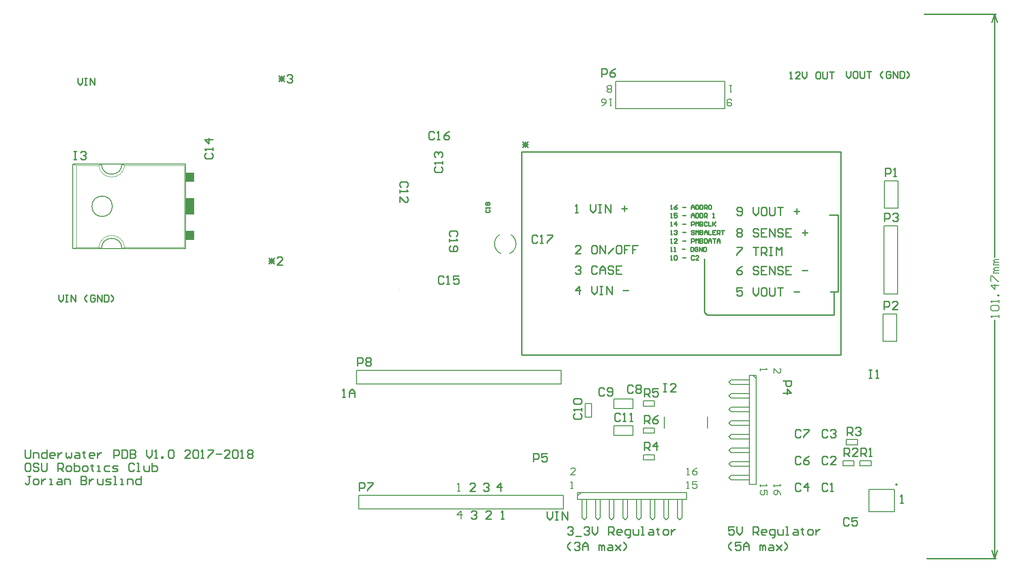
<source format=gto>
G04 Layer_Color=65535*
%FSLAX25Y25*%
%MOIN*%
G70*
G01*
G75*
%ADD74C,0.00394*%
%ADD75C,0.00600*%
%ADD76C,0.00200*%
%ADD77C,0.00787*%
%ADD78C,0.00984*%
%ADD79C,0.01000*%
%ADD80C,0.00500*%
%ADD81C,0.00827*%
%ADD82C,0.00800*%
G36*
X131570Y232946D02*
X125000D01*
Y239500D01*
X131570D01*
Y232946D01*
D02*
G37*
G36*
X131613Y251478D02*
X125000D01*
Y263500D01*
X131613D01*
Y251478D01*
D02*
G37*
G36*
X131586Y275549D02*
X125000D01*
Y282000D01*
X131586D01*
Y275549D01*
D02*
G37*
D74*
X282035Y196335D02*
G03*
X282035Y196335I-197J0D01*
G01*
X283035Y289835D02*
G03*
X283035Y289835I-197J0D01*
G01*
D75*
X63500Y288500D02*
G03*
X78500Y288500I7500J0D01*
G01*
Y226500D02*
G03*
X63500Y226500I-7500J0D01*
G01*
X71500Y257500D02*
G03*
X71500Y257500I-7500J0D01*
G01*
X125000Y226500D02*
Y288500D01*
X78500D02*
X125000D01*
X42500Y226500D02*
Y288500D01*
X78500Y226500D02*
X125000D01*
X63500D02*
X78500D01*
X42500D02*
X63500D01*
X42500Y288500D02*
X63500D01*
X78500D01*
X721599Y175657D02*
Y177656D01*
Y176657D01*
X715601D01*
X716601Y175657D01*
Y180655D02*
X715601Y181655D01*
Y183654D01*
X716601Y184654D01*
X720599D01*
X721599Y183654D01*
Y181655D01*
X720599Y180655D01*
X716601D01*
X721599Y186653D02*
Y188653D01*
Y187653D01*
X715601D01*
X716601Y186653D01*
X721599Y191652D02*
X720599D01*
Y192651D01*
X721599D01*
Y191652D01*
Y199649D02*
X715601D01*
X718600Y196650D01*
Y200649D01*
X715601Y202648D02*
Y206647D01*
X716601D01*
X720599Y202648D01*
X721599D01*
Y208646D02*
X717600D01*
Y209646D01*
X718600Y210646D01*
X721599D01*
X718600D01*
X717600Y211645D01*
X718600Y212645D01*
X721599D01*
Y214644D02*
X717600D01*
Y215644D01*
X718600Y216644D01*
X721599D01*
X718600D01*
X717600Y217643D01*
X718600Y218643D01*
X721599D01*
D76*
X61500Y287502D02*
G03*
X80500Y287502I9500J998D01*
G01*
Y227499D02*
G03*
X61500Y227499I-9500J-998D01*
G01*
X124000Y227500D02*
Y287500D01*
X80500D02*
X124000D01*
X80500Y227500D02*
X124000D01*
X45000D02*
X61500D01*
X42500Y288500D02*
X45000Y287500D01*
Y227500D02*
Y287500D01*
X42500Y226500D02*
X45000Y227500D01*
X78500Y226500D02*
X80500Y227500D01*
X78500Y288500D02*
X80500Y287500D01*
X124000Y227500D02*
X125000Y226500D01*
X124000Y287500D02*
X125000Y288500D01*
X61500Y287500D02*
X63500Y288500D01*
X45000Y287500D02*
X61500D01*
Y227500D02*
X63500Y226500D01*
D77*
X355268Y236640D02*
G03*
X356226Y222839I4232J-6640D01*
G01*
X362774D02*
G03*
X363732Y236640I-3274J7161D01*
G01*
X252000Y45500D02*
X402000D01*
X252000Y35500D02*
X394500D01*
X402000D01*
Y45500D01*
X252000Y35500D02*
Y45500D01*
X250500Y127000D02*
X400500D01*
X258000Y137000D02*
X400500D01*
X250500D02*
X258000D01*
X250500Y127000D02*
Y137000D01*
X400500Y127000D02*
Y137000D01*
X637500Y256000D02*
X647500D01*
X637500D02*
Y276000D01*
X647500D01*
Y256000D02*
Y276000D01*
X636500Y158500D02*
X646500D01*
X636500D02*
Y178500D01*
X646500D01*
Y158500D02*
Y178500D01*
X637000Y193000D02*
X647000D01*
X637000D02*
Y243000D01*
X647000Y193000D02*
Y243000D01*
X637000D02*
X647000D01*
X476114Y94866D02*
Y103134D01*
X507886Y94866D02*
Y103134D01*
X538587Y133500D02*
X543587D01*
X538587Y53500D02*
Y133500D01*
Y53500D02*
X543587D01*
X541087Y133500D02*
X543587Y131000D01*
X525253Y130167D02*
X538587D01*
X523587Y128500D02*
X525253Y130167D01*
X523587Y128500D02*
X525253Y126833D01*
X538587D01*
X525253Y120167D02*
X538587D01*
X523587Y118500D02*
X525253Y120167D01*
X523587Y118500D02*
X525253Y116833D01*
X538587D01*
X525253Y110167D02*
X538587D01*
X523587Y108500D02*
X525253Y110167D01*
X523587Y108500D02*
X525253Y106833D01*
X538587D01*
X525253Y100167D02*
X538587D01*
X523587Y98500D02*
X525253Y100167D01*
X523587Y98500D02*
X525253Y96833D01*
X538587D01*
X525253Y90167D02*
X538587D01*
X523587Y88500D02*
X525253Y90167D01*
X523587Y88500D02*
X525253Y86833D01*
X538587D01*
X525253Y80167D02*
X538587D01*
X523587Y78500D02*
X525253Y80167D01*
X523587Y78500D02*
X525253Y76833D01*
X538587D01*
X525253Y70167D02*
X538587D01*
X523587Y68500D02*
X525253Y70167D01*
X523587Y68500D02*
X525253Y66833D01*
X538587D01*
X525253Y60167D02*
X538587D01*
X523587Y58500D02*
X525253Y60167D01*
X523587Y58500D02*
X525253Y56833D01*
X538587D01*
X543587Y53500D02*
Y133500D01*
X626051Y33445D02*
Y49980D01*
X644949Y33445D02*
Y49980D01*
X626051Y33445D02*
X644949D01*
X626051Y49980D02*
X644949D01*
X412500Y42500D02*
Y47500D01*
Y42500D02*
X492500D01*
Y47500D01*
X412500Y45000D02*
X415000Y47500D01*
X415833Y29167D02*
Y42500D01*
Y29167D02*
X417500Y27500D01*
X419167Y29167D01*
Y42500D01*
X425833Y29167D02*
Y42500D01*
Y29167D02*
X427500Y27500D01*
X429167Y29167D01*
Y42500D01*
X435833Y29167D02*
Y42500D01*
Y29167D02*
X437500Y27500D01*
X439167Y29167D01*
Y42500D01*
X445833Y29167D02*
Y42500D01*
Y29167D02*
X447500Y27500D01*
X449167Y29167D01*
Y42500D01*
X455833Y29167D02*
Y42500D01*
Y29167D02*
X457500Y27500D01*
X459167Y29167D01*
Y42500D01*
X465833Y29167D02*
Y42500D01*
Y29167D02*
X467500Y27500D01*
X469167Y29167D01*
Y42500D01*
X475833Y29167D02*
Y42500D01*
Y29167D02*
X477500Y27500D01*
X479167Y29167D01*
Y42500D01*
X485833Y29167D02*
Y42500D01*
Y29167D02*
X487500Y27500D01*
X489167Y29167D01*
Y42500D01*
X412500Y47500D02*
X492500D01*
X520500Y329000D02*
Y349000D01*
X440500Y329000D02*
Y349000D01*
X520500D01*
X440500Y329000D02*
X520500D01*
D78*
X646839Y53425D02*
G03*
X646839Y53425I-492J0D01*
G01*
D79*
X666500Y398500D02*
X719000D01*
X668500Y-1000D02*
X719000D01*
X718000Y220243D02*
Y398500D01*
Y-1000D02*
Y174057D01*
X716000Y392500D02*
X718000Y398500D01*
X720000Y392500D01*
X718000Y-1000D02*
X720000Y5000D01*
X716000D02*
X718000Y-1000D01*
X597240Y251102D02*
X603461D01*
Y194803D02*
Y251102D01*
X597949Y194803D02*
X603461D01*
X371571Y148543D02*
X605429D01*
X371571D02*
Y297362D01*
X605429D01*
X605035D02*
X605429Y296968D01*
Y148543D02*
Y297362D01*
X600390Y177717D02*
Y194803D01*
X507476Y177717D02*
X600390D01*
X505469Y179724D02*
X507476Y177717D01*
X505469Y179724D02*
Y218701D01*
X480642Y255353D02*
X481691D01*
X481167D01*
Y258502D01*
X480642Y257977D01*
X485365Y258502D02*
X484315Y257977D01*
X483266Y256928D01*
Y255878D01*
X483790Y255353D01*
X484840D01*
X485365Y255878D01*
Y256403D01*
X484840Y256928D01*
X483266D01*
X489563D02*
X491662D01*
X495860Y255353D02*
Y257452D01*
X496910Y258502D01*
X497959Y257452D01*
Y255353D01*
Y256928D01*
X495860D01*
X499009Y258502D02*
Y255353D01*
X500583D01*
X501108Y255878D01*
Y257977D01*
X500583Y258502D01*
X499009D01*
X502157D02*
Y255353D01*
X503731D01*
X504256Y255878D01*
Y257977D01*
X503731Y258502D01*
X502157D01*
X505306Y255353D02*
Y258502D01*
X506880D01*
X507405Y257977D01*
Y256928D01*
X506880Y256403D01*
X505306D01*
X506355D02*
X507405Y255353D01*
X508454Y257977D02*
X508979Y258502D01*
X510029D01*
X510553Y257977D01*
Y255878D01*
X510029Y255353D01*
X508979D01*
X508454Y255878D01*
Y257977D01*
X480642Y249175D02*
X481691D01*
X481167D01*
Y252324D01*
X480642Y251799D01*
X485365Y252324D02*
X483266D01*
Y250749D01*
X484315Y251274D01*
X484840D01*
X485365Y250749D01*
Y249700D01*
X484840Y249175D01*
X483790D01*
X483266Y249700D01*
X489563Y250749D02*
X491662D01*
X495860Y249175D02*
Y251274D01*
X496910Y252324D01*
X497959Y251274D01*
Y249175D01*
Y250749D01*
X495860D01*
X499009Y252324D02*
Y249175D01*
X500583D01*
X501108Y249700D01*
Y251799D01*
X500583Y252324D01*
X499009D01*
X502157D02*
Y249175D01*
X503731D01*
X504256Y249700D01*
Y251799D01*
X503731Y252324D01*
X502157D01*
X505306Y249175D02*
Y252324D01*
X506880D01*
X507405Y251799D01*
Y250749D01*
X506880Y250224D01*
X505306D01*
X506355D02*
X507405Y249175D01*
X511603D02*
X512652D01*
X512128D01*
Y252324D01*
X511603Y251799D01*
X480642Y242997D02*
X481691D01*
X481167D01*
Y246145D01*
X480642Y245620D01*
X484840Y242997D02*
Y246145D01*
X483266Y244571D01*
X485365D01*
X489563D02*
X491662D01*
X495860Y242997D02*
Y246145D01*
X497434D01*
X497959Y245620D01*
Y244571D01*
X497434Y244046D01*
X495860D01*
X499009Y242997D02*
Y246145D01*
X500058Y245096D01*
X501108Y246145D01*
Y242997D01*
X502157Y246145D02*
Y242997D01*
X503731D01*
X504256Y243521D01*
Y244046D01*
X503731Y244571D01*
X502157D01*
X503731D01*
X504256Y245096D01*
Y245620D01*
X503731Y246145D01*
X502157D01*
X507405Y245620D02*
X506880Y246145D01*
X505830D01*
X505306Y245620D01*
Y243521D01*
X505830Y242997D01*
X506880D01*
X507405Y243521D01*
X508454Y246145D02*
Y242997D01*
X510553D01*
X511603Y246145D02*
Y242997D01*
Y244046D01*
X513702Y246145D01*
X512128Y244571D01*
X513702Y242997D01*
X480642Y236818D02*
X481691D01*
X481167D01*
Y239967D01*
X480642Y239442D01*
X483266D02*
X483790Y239967D01*
X484840D01*
X485365Y239442D01*
Y238917D01*
X484840Y238393D01*
X484315D01*
X484840D01*
X485365Y237868D01*
Y237343D01*
X484840Y236818D01*
X483790D01*
X483266Y237343D01*
X489563Y238393D02*
X491662D01*
X497959Y239442D02*
X497434Y239967D01*
X496385D01*
X495860Y239442D01*
Y238917D01*
X496385Y238393D01*
X497434D01*
X497959Y237868D01*
Y237343D01*
X497434Y236818D01*
X496385D01*
X495860Y237343D01*
X499009Y236818D02*
Y239967D01*
X500058Y238917D01*
X501108Y239967D01*
Y236818D01*
X502157Y239967D02*
Y236818D01*
X503731D01*
X504256Y237343D01*
Y237868D01*
X503731Y238393D01*
X502157D01*
X503731D01*
X504256Y238917D01*
Y239442D01*
X503731Y239967D01*
X502157D01*
X505306Y236818D02*
Y238917D01*
X506355Y239967D01*
X507405Y238917D01*
Y236818D01*
Y238393D01*
X505306D01*
X508454Y239967D02*
Y236818D01*
X510553D01*
X513702Y239967D02*
X511603D01*
Y236818D01*
X513702D01*
X511603Y238393D02*
X512652D01*
X514751Y236818D02*
Y239967D01*
X516326D01*
X516851Y239442D01*
Y238393D01*
X516326Y237868D01*
X514751D01*
X515801D02*
X516851Y236818D01*
X517900Y239967D02*
X519999D01*
X518950D01*
Y236818D01*
X480642Y230640D02*
X481691D01*
X481167D01*
Y233789D01*
X480642Y233264D01*
X485365Y230640D02*
X483266D01*
X485365Y232739D01*
Y233264D01*
X484840Y233789D01*
X483790D01*
X483266Y233264D01*
X489563Y232214D02*
X491662D01*
X495860Y230640D02*
Y233789D01*
X497434D01*
X497959Y233264D01*
Y232214D01*
X497434Y231690D01*
X495860D01*
X499009Y230640D02*
Y233789D01*
X500058Y232739D01*
X501108Y233789D01*
Y230640D01*
X502157Y233789D02*
Y230640D01*
X503731D01*
X504256Y231165D01*
Y231690D01*
X503731Y232214D01*
X502157D01*
X503731D01*
X504256Y232739D01*
Y233264D01*
X503731Y233789D01*
X502157D01*
X505306D02*
Y230640D01*
X506880D01*
X507405Y231165D01*
Y233264D01*
X506880Y233789D01*
X505306D01*
X508454Y230640D02*
Y232739D01*
X509504Y233789D01*
X510553Y232739D01*
Y230640D01*
Y232214D01*
X508454D01*
X511603Y233789D02*
X513702D01*
X512652D01*
Y230640D01*
X514751D02*
Y232739D01*
X515801Y233789D01*
X516851Y232739D01*
Y230640D01*
Y232214D01*
X514751D01*
X480642Y224462D02*
X481691D01*
X481167D01*
Y227610D01*
X480642Y227086D01*
X483266Y224462D02*
X484315D01*
X483790D01*
Y227610D01*
X483266Y227086D01*
X489038Y226036D02*
X491137D01*
X495335Y227610D02*
Y224462D01*
X496910D01*
X497434Y224987D01*
Y227086D01*
X496910Y227610D01*
X495335D01*
X500583Y227086D02*
X500058Y227610D01*
X499009D01*
X498484Y227086D01*
Y224987D01*
X499009Y224462D01*
X500058D01*
X500583Y224987D01*
Y226036D01*
X499533D01*
X501632Y224462D02*
Y227610D01*
X503731Y224462D01*
Y227610D01*
X504781D02*
Y224462D01*
X506355D01*
X506880Y224987D01*
Y227086D01*
X506355Y227610D01*
X504781D01*
X480642Y218283D02*
X481691D01*
X481167D01*
Y221432D01*
X480642Y220907D01*
X483266D02*
X483790Y221432D01*
X484840D01*
X485365Y220907D01*
Y218808D01*
X484840Y218283D01*
X483790D01*
X483266Y218808D01*
Y220907D01*
X489563Y219858D02*
X491662D01*
X497959Y220907D02*
X497434Y221432D01*
X496385D01*
X495860Y220907D01*
Y218808D01*
X496385Y218283D01*
X497434D01*
X497959Y218808D01*
X501108Y218283D02*
X499009D01*
X501108Y220382D01*
Y220907D01*
X500583Y221432D01*
X499533D01*
X499009Y220907D01*
X345540Y254968D02*
X345048Y254476D01*
Y253492D01*
X345540Y253000D01*
X347508D01*
X348000Y253492D01*
Y254476D01*
X347508Y254968D01*
X348000Y255952D02*
Y256936D01*
Y256444D01*
X345048D01*
X345540Y255952D01*
Y258412D02*
X345048Y258904D01*
Y259888D01*
X345540Y260380D01*
X346032D01*
X346524Y259888D01*
X347016Y260380D01*
X347508D01*
X348000Y259888D01*
Y258904D01*
X347508Y258412D01*
X347016D01*
X346524Y258904D01*
X346032Y258412D01*
X345540D01*
X346524Y258904D02*
Y259888D01*
X405071Y21595D02*
X406071Y22595D01*
X408070D01*
X409070Y21595D01*
Y20596D01*
X408070Y19596D01*
X407070D01*
X408070D01*
X409070Y18596D01*
Y17597D01*
X408070Y16597D01*
X406071D01*
X405071Y17597D01*
X411069Y15597D02*
X415068D01*
X417067Y21595D02*
X418067Y22595D01*
X420066D01*
X421066Y21595D01*
Y20596D01*
X420066Y19596D01*
X419066D01*
X420066D01*
X421066Y18596D01*
Y17597D01*
X420066Y16597D01*
X418067D01*
X417067Y17597D01*
X423065Y22595D02*
Y18596D01*
X425064Y16597D01*
X427064Y18596D01*
Y22595D01*
X435061Y16597D02*
Y22595D01*
X438060D01*
X439060Y21595D01*
Y19596D01*
X438060Y18596D01*
X435061D01*
X437060D02*
X439060Y16597D01*
X444058D02*
X442059D01*
X441059Y17597D01*
Y19596D01*
X442059Y20596D01*
X444058D01*
X445058Y19596D01*
Y18596D01*
X441059D01*
X449057Y14598D02*
X450056D01*
X451056Y15597D01*
Y20596D01*
X448057D01*
X447057Y19596D01*
Y17597D01*
X448057Y16597D01*
X451056D01*
X453055Y20596D02*
Y17597D01*
X454055Y16597D01*
X457054D01*
Y20596D01*
X459053Y16597D02*
X461053D01*
X460053D01*
Y22595D01*
X459053D01*
X465052Y20596D02*
X467051D01*
X468050Y19596D01*
Y16597D01*
X465052D01*
X464052Y17597D01*
X465052Y18596D01*
X468050D01*
X471049Y21595D02*
Y20596D01*
X470050D01*
X472049D01*
X471049D01*
Y17597D01*
X472049Y16597D01*
X476048D02*
X478047D01*
X479047Y17597D01*
Y19596D01*
X478047Y20596D01*
X476048D01*
X475048Y19596D01*
Y17597D01*
X476048Y16597D01*
X481046Y20596D02*
Y16597D01*
Y18596D01*
X482046Y19596D01*
X483046Y20596D01*
X484045D01*
X407070Y5000D02*
X405071Y6999D01*
Y8999D01*
X407070Y10998D01*
X410069Y9998D02*
X411069Y10998D01*
X413068D01*
X414068Y9998D01*
Y8999D01*
X413068Y7999D01*
X412069D01*
X413068D01*
X414068Y6999D01*
Y6000D01*
X413068Y5000D01*
X411069D01*
X410069Y6000D01*
X416067Y5000D02*
Y8999D01*
X418067Y10998D01*
X420066Y8999D01*
Y5000D01*
Y7999D01*
X416067D01*
X428063Y5000D02*
Y8999D01*
X429063D01*
X430063Y7999D01*
Y5000D01*
Y7999D01*
X431063Y8999D01*
X432062Y7999D01*
Y5000D01*
X435061Y8999D02*
X437060D01*
X438060Y7999D01*
Y5000D01*
X435061D01*
X434061Y6000D01*
X435061Y6999D01*
X438060D01*
X440060Y8999D02*
X444058Y5000D01*
X442059Y6999D01*
X444058Y8999D01*
X440060Y5000D01*
X446058D02*
X448057Y6999D01*
Y8999D01*
X446058Y10998D01*
X527180Y22595D02*
X523181D01*
Y19596D01*
X525180Y20596D01*
X526180D01*
X527180Y19596D01*
Y17597D01*
X526180Y16597D01*
X524181D01*
X523181Y17597D01*
X529179Y22595D02*
Y18596D01*
X531179Y16597D01*
X533178Y18596D01*
Y22595D01*
X541175Y16597D02*
Y22595D01*
X544174D01*
X545174Y21595D01*
Y19596D01*
X544174Y18596D01*
X541175D01*
X543175D02*
X545174Y16597D01*
X550172D02*
X548173D01*
X547173Y17597D01*
Y19596D01*
X548173Y20596D01*
X550172D01*
X551172Y19596D01*
Y18596D01*
X547173D01*
X555171Y14598D02*
X556170D01*
X557170Y15597D01*
Y20596D01*
X554171D01*
X553171Y19596D01*
Y17597D01*
X554171Y16597D01*
X557170D01*
X559169Y20596D02*
Y17597D01*
X560169Y16597D01*
X563168D01*
Y20596D01*
X565168Y16597D02*
X567167D01*
X566167D01*
Y22595D01*
X565168D01*
X571166Y20596D02*
X573165D01*
X574165Y19596D01*
Y16597D01*
X571166D01*
X570166Y17597D01*
X571166Y18596D01*
X574165D01*
X577164Y21595D02*
Y20596D01*
X576164D01*
X578163D01*
X577164D01*
Y17597D01*
X578163Y16597D01*
X582162D02*
X584161D01*
X585161Y17597D01*
Y19596D01*
X584161Y20596D01*
X582162D01*
X581162Y19596D01*
Y17597D01*
X582162Y16597D01*
X587160Y20596D02*
Y16597D01*
Y18596D01*
X588160Y19596D01*
X589160Y20596D01*
X590159D01*
X525180Y5000D02*
X523181Y6999D01*
Y8999D01*
X525180Y10998D01*
X532178D02*
X528180D01*
Y7999D01*
X530179Y8999D01*
X531179D01*
X532178Y7999D01*
Y6000D01*
X531179Y5000D01*
X529179D01*
X528180Y6000D01*
X534177Y5000D02*
Y8999D01*
X536177Y10998D01*
X538176Y8999D01*
Y5000D01*
Y7999D01*
X534177D01*
X546174Y5000D02*
Y8999D01*
X547173D01*
X548173Y7999D01*
Y5000D01*
Y7999D01*
X549173Y8999D01*
X550172Y7999D01*
Y5000D01*
X553171Y8999D02*
X555171D01*
X556170Y7999D01*
Y5000D01*
X553171D01*
X552172Y6000D01*
X553171Y6999D01*
X556170D01*
X558170Y8999D02*
X562169Y5000D01*
X560169Y6999D01*
X562169Y8999D01*
X558170Y5000D01*
X564168D02*
X566167Y6999D01*
Y8999D01*
X564168Y10998D01*
X7500Y78693D02*
Y73695D01*
X8500Y72695D01*
X10499D01*
X11499Y73695D01*
Y78693D01*
X13498Y72695D02*
Y76694D01*
X16497D01*
X17497Y75694D01*
Y72695D01*
X23495Y78693D02*
Y72695D01*
X20496D01*
X19496Y73695D01*
Y75694D01*
X20496Y76694D01*
X23495D01*
X28493Y72695D02*
X26494D01*
X25494Y73695D01*
Y75694D01*
X26494Y76694D01*
X28493D01*
X29493Y75694D01*
Y74695D01*
X25494D01*
X31492Y76694D02*
Y72695D01*
Y74695D01*
X32492Y75694D01*
X33492Y76694D01*
X34491D01*
X37490D02*
Y73695D01*
X38490Y72695D01*
X39490Y73695D01*
X40489Y72695D01*
X41489Y73695D01*
Y76694D01*
X44488D02*
X46487D01*
X47487Y75694D01*
Y72695D01*
X44488D01*
X43488Y73695D01*
X44488Y74695D01*
X47487D01*
X50486Y77694D02*
Y76694D01*
X49486D01*
X51486D01*
X50486D01*
Y73695D01*
X51486Y72695D01*
X57484D02*
X55484D01*
X54485Y73695D01*
Y75694D01*
X55484Y76694D01*
X57484D01*
X58483Y75694D01*
Y74695D01*
X54485D01*
X60483Y76694D02*
Y72695D01*
Y74695D01*
X61483Y75694D01*
X62482Y76694D01*
X63482D01*
X72479Y72695D02*
Y78693D01*
X75478D01*
X76478Y77694D01*
Y75694D01*
X75478Y74695D01*
X72479D01*
X78477Y78693D02*
Y72695D01*
X81476D01*
X82476Y73695D01*
Y77694D01*
X81476Y78693D01*
X78477D01*
X84475D02*
Y72695D01*
X87474D01*
X88474Y73695D01*
Y74695D01*
X87474Y75694D01*
X84475D01*
X87474D01*
X88474Y76694D01*
Y77694D01*
X87474Y78693D01*
X84475D01*
X96471D02*
Y74695D01*
X98471Y72695D01*
X100470Y74695D01*
Y78693D01*
X102469Y72695D02*
X104469D01*
X103469D01*
Y78693D01*
X102469Y77694D01*
X107468Y72695D02*
Y73695D01*
X108467D01*
Y72695D01*
X107468D01*
X112466Y77694D02*
X113466Y78693D01*
X115465D01*
X116465Y77694D01*
Y73695D01*
X115465Y72695D01*
X113466D01*
X112466Y73695D01*
Y77694D01*
X128461Y72695D02*
X124462D01*
X128461Y76694D01*
Y77694D01*
X127461Y78693D01*
X125462D01*
X124462Y77694D01*
X130460D02*
X131460Y78693D01*
X133459D01*
X134459Y77694D01*
Y73695D01*
X133459Y72695D01*
X131460D01*
X130460Y73695D01*
Y77694D01*
X136458Y72695D02*
X138458D01*
X137458D01*
Y78693D01*
X136458Y77694D01*
X141457Y78693D02*
X145455D01*
Y77694D01*
X141457Y73695D01*
Y72695D01*
X147455Y75694D02*
X151453D01*
X157451Y72695D02*
X153453D01*
X157451Y76694D01*
Y77694D01*
X156452Y78693D01*
X154453D01*
X153453Y77694D01*
X159451D02*
X160450Y78693D01*
X162450D01*
X163450Y77694D01*
Y73695D01*
X162450Y72695D01*
X160450D01*
X159451Y73695D01*
Y77694D01*
X165449Y72695D02*
X167448D01*
X166449D01*
Y78693D01*
X165449Y77694D01*
X170447D02*
X171447Y78693D01*
X173446D01*
X174446Y77694D01*
Y76694D01*
X173446Y75694D01*
X174446Y74695D01*
Y73695D01*
X173446Y72695D01*
X171447D01*
X170447Y73695D01*
Y74695D01*
X171447Y75694D01*
X170447Y76694D01*
Y77694D01*
X171447Y75694D02*
X173446D01*
X10499Y69096D02*
X8500D01*
X7500Y68096D01*
Y64097D01*
X8500Y63098D01*
X10499D01*
X11499Y64097D01*
Y68096D01*
X10499Y69096D01*
X17497Y68096D02*
X16497Y69096D01*
X14498D01*
X13498Y68096D01*
Y67096D01*
X14498Y66097D01*
X16497D01*
X17497Y65097D01*
Y64097D01*
X16497Y63098D01*
X14498D01*
X13498Y64097D01*
X19496Y69096D02*
Y64097D01*
X20496Y63098D01*
X22495D01*
X23495Y64097D01*
Y69096D01*
X31492Y63098D02*
Y69096D01*
X34491D01*
X35491Y68096D01*
Y66097D01*
X34491Y65097D01*
X31492D01*
X33492D02*
X35491Y63098D01*
X38490D02*
X40489D01*
X41489Y64097D01*
Y66097D01*
X40489Y67096D01*
X38490D01*
X37490Y66097D01*
Y64097D01*
X38490Y63098D01*
X43488Y69096D02*
Y63098D01*
X46487D01*
X47487Y64097D01*
Y65097D01*
Y66097D01*
X46487Y67096D01*
X43488D01*
X50486Y63098D02*
X52486D01*
X53485Y64097D01*
Y66097D01*
X52486Y67096D01*
X50486D01*
X49486Y66097D01*
Y64097D01*
X50486Y63098D01*
X56484Y68096D02*
Y67096D01*
X55484D01*
X57484D01*
X56484D01*
Y64097D01*
X57484Y63098D01*
X60483D02*
X62482D01*
X61483D01*
Y67096D01*
X60483D01*
X69480D02*
X66481D01*
X65481Y66097D01*
Y64097D01*
X66481Y63098D01*
X69480D01*
X71479D02*
X74478D01*
X75478Y64097D01*
X74478Y65097D01*
X72479D01*
X71479Y66097D01*
X72479Y67096D01*
X75478D01*
X87474Y68096D02*
X86475Y69096D01*
X84475D01*
X83475Y68096D01*
Y64097D01*
X84475Y63098D01*
X86475D01*
X87474Y64097D01*
X89473Y63098D02*
X91473D01*
X90473D01*
Y69096D01*
X89473D01*
X94472Y67096D02*
Y64097D01*
X95472Y63098D01*
X98471D01*
Y67096D01*
X100470Y69096D02*
Y63098D01*
X103469D01*
X104469Y64097D01*
Y65097D01*
Y66097D01*
X103469Y67096D01*
X100470D01*
X11499Y59498D02*
X9499D01*
X10499D01*
Y54500D01*
X9499Y53500D01*
X8500D01*
X7500Y54500D01*
X14498Y53500D02*
X16497D01*
X17497Y54500D01*
Y56499D01*
X16497Y57499D01*
X14498D01*
X13498Y56499D01*
Y54500D01*
X14498Y53500D01*
X19496Y57499D02*
Y53500D01*
Y55499D01*
X20496Y56499D01*
X21496Y57499D01*
X22495D01*
X25494Y53500D02*
X27494D01*
X26494D01*
Y57499D01*
X25494D01*
X31492D02*
X33492D01*
X34491Y56499D01*
Y53500D01*
X31492D01*
X30493Y54500D01*
X31492Y55499D01*
X34491D01*
X36491Y53500D02*
Y57499D01*
X39490D01*
X40489Y56499D01*
Y53500D01*
X48487Y59498D02*
Y53500D01*
X51486D01*
X52486Y54500D01*
Y55499D01*
X51486Y56499D01*
X48487D01*
X51486D01*
X52486Y57499D01*
Y58498D01*
X51486Y59498D01*
X48487D01*
X54485Y57499D02*
Y53500D01*
Y55499D01*
X55484Y56499D01*
X56484Y57499D01*
X57484D01*
X60483D02*
Y54500D01*
X61483Y53500D01*
X64482D01*
Y57499D01*
X66481Y53500D02*
X69480D01*
X70480Y54500D01*
X69480Y55499D01*
X67481D01*
X66481Y56499D01*
X67481Y57499D01*
X70480D01*
X72479Y53500D02*
X74478D01*
X73479D01*
Y59498D01*
X72479D01*
X77477Y53500D02*
X79477D01*
X78477D01*
Y57499D01*
X77477D01*
X82476Y53500D02*
Y57499D01*
X85475D01*
X86475Y56499D01*
Y53500D01*
X92472Y59498D02*
Y53500D01*
X89473D01*
X88474Y54500D01*
Y56499D01*
X89473Y57499D01*
X92472D01*
X240000Y117500D02*
X241999D01*
X241000D01*
Y123498D01*
X240000Y122498D01*
X244998Y117500D02*
Y121499D01*
X246998Y123498D01*
X248997Y121499D01*
Y117500D01*
Y120499D01*
X244998D01*
X252600Y48900D02*
Y54898D01*
X255599D01*
X256599Y53898D01*
Y51899D01*
X255599Y50899D01*
X252600D01*
X258598Y54898D02*
X262597D01*
Y53898D01*
X258598Y49900D01*
Y48900D01*
X251100Y140400D02*
Y146398D01*
X254099D01*
X255099Y145398D01*
Y143399D01*
X254099Y142399D01*
X251100D01*
X257098Y145398D02*
X258098Y146398D01*
X260097D01*
X261097Y145398D01*
Y144399D01*
X260097Y143399D01*
X261097Y142399D01*
Y141400D01*
X260097Y140400D01*
X258098D01*
X257098Y141400D01*
Y142399D01*
X258098Y143399D01*
X257098Y144399D01*
Y145398D01*
X258098Y143399D02*
X260097D01*
X638100Y279400D02*
Y285398D01*
X641099D01*
X642099Y284398D01*
Y282399D01*
X641099Y281399D01*
X638100D01*
X644098Y279400D02*
X646097D01*
X645098D01*
Y285398D01*
X644098Y284398D01*
X637100Y181900D02*
Y187898D01*
X640099D01*
X641099Y186898D01*
Y184899D01*
X640099Y183899D01*
X637100D01*
X647097Y181900D02*
X643098D01*
X647097Y185899D01*
Y186898D01*
X646097Y187898D01*
X644098D01*
X643098Y186898D01*
X637600Y246400D02*
Y252398D01*
X640599D01*
X641599Y251398D01*
Y249399D01*
X640599Y248399D01*
X637600D01*
X643598Y251398D02*
X644598Y252398D01*
X646597D01*
X647597Y251398D01*
Y250399D01*
X646597Y249399D01*
X645597D01*
X646597D01*
X647597Y248399D01*
Y247400D01*
X646597Y246400D01*
X644598D01*
X643598Y247400D01*
X380000Y70000D02*
Y75998D01*
X382999D01*
X383999Y74998D01*
Y72999D01*
X382999Y71999D01*
X380000D01*
X389997Y75998D02*
X385998D01*
Y72999D01*
X387997Y73999D01*
X388997D01*
X389997Y72999D01*
Y71000D01*
X388997Y70000D01*
X386998D01*
X385998Y71000D01*
X563087Y129500D02*
X569085D01*
Y126501D01*
X568085Y125501D01*
X566086D01*
X565086Y126501D01*
Y129500D01*
X563087Y120503D02*
X569085D01*
X566086Y123502D01*
Y119503D01*
X186000Y219498D02*
X189999Y215500D01*
X186000D02*
X189999Y219498D01*
X186000Y217499D02*
X189999D01*
X187999Y215500D02*
Y219498D01*
X195997Y214500D02*
X191998D01*
X195997Y218499D01*
Y219498D01*
X194997Y220498D01*
X192998D01*
X191998Y219498D01*
X193300Y353198D02*
X197299Y349200D01*
X193300D02*
X197299Y353198D01*
X193300Y351199D02*
X197299D01*
X195299Y349200D02*
Y353198D01*
X199298D02*
X200298Y354198D01*
X202297D01*
X203297Y353198D01*
Y352199D01*
X202297Y351199D01*
X201297D01*
X202297D01*
X203297Y350199D01*
Y349200D01*
X202297Y348200D01*
X200298D01*
X199298Y349200D01*
X286998Y271501D02*
X287998Y272501D01*
Y274500D01*
X286998Y275500D01*
X283000D01*
X282000Y274500D01*
Y272501D01*
X283000Y271501D01*
X282000Y269502D02*
Y267503D01*
Y268502D01*
X287998D01*
X286998Y269502D01*
X282000Y260505D02*
Y264504D01*
X285999Y260505D01*
X286998D01*
X287998Y261505D01*
Y263504D01*
X286998Y264504D01*
X308502Y286499D02*
X307502Y285499D01*
Y283500D01*
X308502Y282500D01*
X312500D01*
X313500Y283500D01*
Y285499D01*
X312500Y286499D01*
X313500Y288498D02*
Y290497D01*
Y289498D01*
X307502D01*
X308502Y288498D01*
Y293496D02*
X307502Y294496D01*
Y296496D01*
X308502Y297495D01*
X309501D01*
X310501Y296496D01*
Y295496D01*
Y296496D01*
X311501Y297495D01*
X312500D01*
X313500Y296496D01*
Y294496D01*
X312500Y293496D01*
X140002Y296499D02*
X139002Y295499D01*
Y293500D01*
X140002Y292500D01*
X144000D01*
X145000Y293500D01*
Y295499D01*
X144000Y296499D01*
X145000Y298498D02*
Y300497D01*
Y299498D01*
X139002D01*
X140002Y298498D01*
X145000Y306495D02*
X139002D01*
X142001Y303496D01*
Y307495D01*
X314499Y205498D02*
X313499Y206498D01*
X311500D01*
X310500Y205498D01*
Y201500D01*
X311500Y200500D01*
X313499D01*
X314499Y201500D01*
X316498Y200500D02*
X318497D01*
X317498D01*
Y206498D01*
X316498Y205498D01*
X325495Y206498D02*
X321496D01*
Y203499D01*
X323496Y204499D01*
X324496D01*
X325495Y203499D01*
Y201500D01*
X324496Y200500D01*
X322496D01*
X321496Y201500D01*
X307499Y311498D02*
X306499Y312498D01*
X304500D01*
X303500Y311498D01*
Y307500D01*
X304500Y306500D01*
X306499D01*
X307499Y307500D01*
X309498Y306500D02*
X311497D01*
X310498D01*
Y312498D01*
X309498Y311498D01*
X318495Y312498D02*
X316496Y311498D01*
X314496Y309499D01*
Y307500D01*
X315496Y306500D01*
X317495D01*
X318495Y307500D01*
Y308499D01*
X317495Y309499D01*
X314496D01*
X382999Y235498D02*
X381999Y236498D01*
X380000D01*
X379000Y235498D01*
Y231500D01*
X380000Y230500D01*
X381999D01*
X382999Y231500D01*
X384998Y230500D02*
X386997D01*
X385998D01*
Y236498D01*
X384998Y235498D01*
X389996Y236498D02*
X393995D01*
Y235498D01*
X389996Y231500D01*
Y230500D01*
X323498Y235501D02*
X324498Y236501D01*
Y238500D01*
X323498Y239500D01*
X319500D01*
X318500Y238500D01*
Y236501D01*
X319500Y235501D01*
X318500Y233502D02*
Y231503D01*
Y232502D01*
X324498D01*
X323498Y233502D01*
X319500Y228504D02*
X318500Y227504D01*
Y225504D01*
X319500Y224505D01*
X323498D01*
X324498Y225504D01*
Y227504D01*
X323498Y228504D01*
X322499D01*
X321499Y227504D01*
Y224505D01*
X43200Y297798D02*
X45199D01*
X44200D01*
Y291800D01*
X43200D01*
X45199D01*
X48198Y296798D02*
X49198Y297798D01*
X51197D01*
X52197Y296798D01*
Y295799D01*
X51197Y294799D01*
X50198D01*
X51197D01*
X52197Y293799D01*
Y292800D01*
X51197Y291800D01*
X49198D01*
X48198Y292800D01*
X649000Y39925D02*
X650999D01*
X650000D01*
Y45923D01*
X649000Y44924D01*
X595685Y53498D02*
X594686Y54498D01*
X592686D01*
X591687Y53498D01*
Y49500D01*
X592686Y48500D01*
X594686D01*
X595685Y49500D01*
X597685Y48500D02*
X599684D01*
X598684D01*
Y54498D01*
X597685Y53498D01*
X595685Y73198D02*
X594686Y74198D01*
X592686D01*
X591687Y73198D01*
Y69200D01*
X592686Y68200D01*
X594686D01*
X595685Y69200D01*
X601683Y68200D02*
X597685D01*
X601683Y72199D01*
Y73198D01*
X600684Y74198D01*
X598684D01*
X597685Y73198D01*
X595685Y92898D02*
X594686Y93898D01*
X592686D01*
X591687Y92898D01*
Y88900D01*
X592686Y87900D01*
X594686D01*
X595685Y88900D01*
X597685Y92898D02*
X598684Y93898D01*
X600684D01*
X601683Y92898D01*
Y91899D01*
X600684Y90899D01*
X599684D01*
X600684D01*
X601683Y89899D01*
Y88900D01*
X600684Y87900D01*
X598684D01*
X597685Y88900D01*
X575985Y53498D02*
X574986Y54498D01*
X572986D01*
X571987Y53498D01*
Y49500D01*
X572986Y48500D01*
X574986D01*
X575985Y49500D01*
X580984Y48500D02*
Y54498D01*
X577985Y51499D01*
X581983D01*
X611585Y27998D02*
X610586Y28998D01*
X608586D01*
X607587Y27998D01*
Y24000D01*
X608586Y23000D01*
X610586D01*
X611585Y24000D01*
X617583Y28998D02*
X613585D01*
Y25999D01*
X615584Y26999D01*
X616584D01*
X617583Y25999D01*
Y24000D01*
X616584Y23000D01*
X614584D01*
X613585Y24000D01*
X575985Y73198D02*
X574986Y74198D01*
X572986D01*
X571987Y73198D01*
Y69200D01*
X572986Y68200D01*
X574986D01*
X575985Y69200D01*
X581983Y74198D02*
X579984Y73198D01*
X577985Y71199D01*
Y69200D01*
X578984Y68200D01*
X580984D01*
X581983Y69200D01*
Y70199D01*
X580984Y71199D01*
X577985D01*
X575985Y92898D02*
X574986Y93898D01*
X572986D01*
X571987Y92898D01*
Y88900D01*
X572986Y87900D01*
X574986D01*
X575985Y88900D01*
X577985Y93898D02*
X581983D01*
Y92898D01*
X577985Y88900D01*
Y87900D01*
X452999Y125498D02*
X451999Y126498D01*
X450000D01*
X449000Y125498D01*
Y121500D01*
X450000Y120500D01*
X451999D01*
X452999Y121500D01*
X454998Y125498D02*
X455998Y126498D01*
X457997D01*
X458997Y125498D01*
Y124499D01*
X457997Y123499D01*
X458997Y122499D01*
Y121500D01*
X457997Y120500D01*
X455998D01*
X454998Y121500D01*
Y122499D01*
X455998Y123499D01*
X454998Y124499D01*
Y125498D01*
X455998Y123499D02*
X457997D01*
X431999Y123498D02*
X430999Y124498D01*
X429000D01*
X428000Y123498D01*
Y119500D01*
X429000Y118500D01*
X430999D01*
X431999Y119500D01*
X433998D02*
X434998Y118500D01*
X436997D01*
X437997Y119500D01*
Y123498D01*
X436997Y124498D01*
X434998D01*
X433998Y123498D01*
Y122499D01*
X434998Y121499D01*
X437997D01*
X410502Y105499D02*
X409502Y104499D01*
Y102500D01*
X410502Y101500D01*
X414500D01*
X415500Y102500D01*
Y104499D01*
X414500Y105499D01*
X415500Y107498D02*
Y109497D01*
Y108498D01*
X409502D01*
X410502Y107498D01*
Y112496D02*
X409502Y113496D01*
Y115496D01*
X410502Y116495D01*
X414500D01*
X415500Y115496D01*
Y113496D01*
X414500Y112496D01*
X410502D01*
X443799Y104798D02*
X442799Y105798D01*
X440800D01*
X439800Y104798D01*
Y100800D01*
X440800Y99800D01*
X442799D01*
X443799Y100800D01*
X445798Y99800D02*
X447797D01*
X446798D01*
Y105798D01*
X445798Y104798D01*
X450796Y99800D02*
X452796D01*
X451796D01*
Y105798D01*
X450796Y104798D01*
X626087Y137498D02*
X628086D01*
X627086D01*
Y131500D01*
X626087D01*
X628086D01*
X631085D02*
X633084D01*
X632085D01*
Y137498D01*
X631085Y136498D01*
X475600Y127398D02*
X477599D01*
X476600D01*
Y121400D01*
X475600D01*
X477599D01*
X484597D02*
X480598D01*
X484597Y125399D01*
Y126398D01*
X483597Y127398D01*
X481598D01*
X480598Y126398D01*
X620187Y74200D02*
Y80198D01*
X623186D01*
X624185Y79198D01*
Y77199D01*
X623186Y76199D01*
X620187D01*
X622186D02*
X624185Y74200D01*
X626185D02*
X628184D01*
X627184D01*
Y80198D01*
X626185Y79198D01*
X607787Y74100D02*
Y80098D01*
X610786D01*
X611785Y79098D01*
Y77099D01*
X610786Y76099D01*
X607787D01*
X609786D02*
X611785Y74100D01*
X617783D02*
X613785D01*
X617783Y78099D01*
Y79098D01*
X616784Y80098D01*
X614784D01*
X613785Y79098D01*
X610187Y89600D02*
Y95598D01*
X613186D01*
X614185Y94598D01*
Y92599D01*
X613186Y91599D01*
X610187D01*
X612186D02*
X614185Y89600D01*
X616185Y94598D02*
X617184Y95598D01*
X619184D01*
X620183Y94598D01*
Y93599D01*
X619184Y92599D01*
X618184D01*
X619184D01*
X620183Y91599D01*
Y90600D01*
X619184Y89600D01*
X617184D01*
X616185Y90600D01*
X461400Y78500D02*
Y84498D01*
X464399D01*
X465399Y83498D01*
Y81499D01*
X464399Y80499D01*
X461400D01*
X463399D02*
X465399Y78500D01*
X470397D02*
Y84498D01*
X467398Y81499D01*
X471397D01*
X461400Y117900D02*
Y123898D01*
X464399D01*
X465399Y122898D01*
Y120899D01*
X464399Y119899D01*
X461400D01*
X463399D02*
X465399Y117900D01*
X471397Y123898D02*
X467398D01*
Y120899D01*
X469397Y121899D01*
X470397D01*
X471397Y120899D01*
Y118900D01*
X470397Y117900D01*
X468398D01*
X467398Y118900D01*
X461400Y98200D02*
Y104198D01*
X464399D01*
X465399Y103198D01*
Y101199D01*
X464399Y100199D01*
X461400D01*
X463399D02*
X465399Y98200D01*
X471397Y104198D02*
X469397Y103198D01*
X467398Y101199D01*
Y99200D01*
X468398Y98200D01*
X470397D01*
X471397Y99200D01*
Y100199D01*
X470397Y101199D01*
X467398D01*
X372100Y304872D02*
X376099Y300874D01*
X372100D02*
X376099Y304872D01*
X372100Y302873D02*
X376099D01*
X374099Y300874D02*
Y304872D01*
X430200Y352400D02*
Y358398D01*
X433199D01*
X434199Y357398D01*
Y355399D01*
X433199Y354399D01*
X430200D01*
X440197Y358398D02*
X438197Y357398D01*
X436198Y355399D01*
Y353400D01*
X437198Y352400D01*
X439197D01*
X440197Y353400D01*
Y354399D01*
X439197Y355399D01*
X436198D01*
X390000Y33498D02*
Y29499D01*
X391999Y27500D01*
X393999Y29499D01*
Y33498D01*
X395998D02*
X397997D01*
X396998D01*
Y27500D01*
X395998D01*
X397997D01*
X400996D02*
Y33498D01*
X404995Y27500D01*
Y33498D01*
X356500Y28000D02*
X358499D01*
X357500D01*
Y33998D01*
X356500Y32998D01*
X334500D02*
X335500Y33998D01*
X337499D01*
X338499Y32998D01*
Y31999D01*
X337499Y30999D01*
X336499D01*
X337499D01*
X338499Y29999D01*
Y29000D01*
X337499Y28000D01*
X335500D01*
X334500Y29000D01*
X355999Y48500D02*
Y54498D01*
X353000Y51499D01*
X356999D01*
X343500Y53498D02*
X344500Y54498D01*
X346499D01*
X347499Y53498D01*
Y52499D01*
X346499Y51499D01*
X345499D01*
X346499D01*
X347499Y50499D01*
Y49500D01*
X346499Y48500D01*
X344500D01*
X343500Y49500D01*
X348999Y28000D02*
X345000D01*
X348999Y31999D01*
Y32998D01*
X347999Y33998D01*
X346000D01*
X345000Y32998D01*
X337499Y48500D02*
X333500D01*
X337499Y52499D01*
Y53498D01*
X336499Y54498D01*
X334500D01*
X333500Y53498D01*
X46000Y351498D02*
Y348166D01*
X47666Y346500D01*
X49332Y348166D01*
Y351498D01*
X50998D02*
X52665D01*
X51831D01*
Y346500D01*
X50998D01*
X52665D01*
X55164D02*
Y351498D01*
X58496Y346500D01*
Y351498D01*
X568000Y351000D02*
X569666D01*
X568833D01*
Y355998D01*
X568000Y355165D01*
X575498Y351000D02*
X572165D01*
X575498Y354332D01*
Y355165D01*
X574664Y355998D01*
X572998D01*
X572165Y355165D01*
X577164Y355998D02*
Y352666D01*
X578830Y351000D01*
X580496Y352666D01*
Y355998D01*
X589660D02*
X587993D01*
X587160Y355165D01*
Y351833D01*
X587993Y351000D01*
X589660D01*
X590493Y351833D01*
Y355165D01*
X589660Y355998D01*
X592159D02*
Y351833D01*
X592992Y351000D01*
X594658D01*
X595491Y351833D01*
Y355998D01*
X597157D02*
X600490D01*
X598823D01*
Y351000D01*
X32000Y192498D02*
Y189166D01*
X33666Y187500D01*
X35332Y189166D01*
Y192498D01*
X36998D02*
X38664D01*
X37831D01*
Y187500D01*
X36998D01*
X38664D01*
X41164D02*
Y192498D01*
X44496Y187500D01*
Y192498D01*
X52827Y187500D02*
X51161Y189166D01*
Y190832D01*
X52827Y192498D01*
X58658Y191665D02*
X57825Y192498D01*
X56159D01*
X55326Y191665D01*
Y188333D01*
X56159Y187500D01*
X57825D01*
X58658Y188333D01*
Y189999D01*
X56992D01*
X60324Y187500D02*
Y192498D01*
X63656Y187500D01*
Y192498D01*
X65323D02*
Y187500D01*
X67822D01*
X68655Y188333D01*
Y191665D01*
X67822Y192498D01*
X65323D01*
X70321Y187500D02*
X71987Y189166D01*
Y190832D01*
X70321Y192498D01*
X609500Y356498D02*
Y353166D01*
X611166Y351500D01*
X612832Y353166D01*
Y356498D01*
X616998D02*
X615331D01*
X614498Y355665D01*
Y352333D01*
X615331Y351500D01*
X616998D01*
X617831Y352333D01*
Y355665D01*
X616998Y356498D01*
X619497D02*
Y352333D01*
X620330Y351500D01*
X621996D01*
X622829Y352333D01*
Y356498D01*
X624495D02*
X627827D01*
X626161D01*
Y351500D01*
X636158D02*
X634492Y353166D01*
Y354832D01*
X636158Y356498D01*
X641990Y355665D02*
X641156Y356498D01*
X639490D01*
X638657Y355665D01*
Y352333D01*
X639490Y351500D01*
X641156D01*
X641990Y352333D01*
Y353999D01*
X640323D01*
X643656Y351500D02*
Y356498D01*
X646988Y351500D01*
Y356498D01*
X648654D02*
Y351500D01*
X651153D01*
X651986Y352333D01*
Y355665D01*
X651153Y356498D01*
X648654D01*
X653652Y351500D02*
X655318Y353166D01*
Y354832D01*
X653652Y356498D01*
X529051Y251905D02*
X530051Y250905D01*
X532050D01*
X533050Y251905D01*
Y255904D01*
X532050Y256904D01*
X530051D01*
X529051Y255904D01*
Y254904D01*
X530051Y253905D01*
X533050D01*
X541047Y256904D02*
Y252905D01*
X543047Y250905D01*
X545046Y252905D01*
Y256904D01*
X550044D02*
X548045D01*
X547045Y255904D01*
Y251905D01*
X548045Y250905D01*
X550044D01*
X551044Y251905D01*
Y255904D01*
X550044Y256904D01*
X553043D02*
Y251905D01*
X554043Y250905D01*
X556042D01*
X557042Y251905D01*
Y256904D01*
X559042D02*
X563040D01*
X561041D01*
Y250905D01*
X571038Y253905D02*
X575036D01*
X573037Y255904D02*
Y251905D01*
X529051Y240156D02*
X530051Y241156D01*
X532050D01*
X533050Y240156D01*
Y239156D01*
X532050Y238157D01*
X533050Y237157D01*
Y236157D01*
X532050Y235157D01*
X530051D01*
X529051Y236157D01*
Y237157D01*
X530051Y238157D01*
X529051Y239156D01*
Y240156D01*
X530051Y238157D02*
X532050D01*
X545046Y240156D02*
X544046Y241156D01*
X542047D01*
X541047Y240156D01*
Y239156D01*
X542047Y238157D01*
X544046D01*
X545046Y237157D01*
Y236157D01*
X544046Y235157D01*
X542047D01*
X541047Y236157D01*
X551044Y241156D02*
X547045D01*
Y235157D01*
X551044D01*
X547045Y238157D02*
X549045D01*
X553043Y235157D02*
Y241156D01*
X557042Y235157D01*
Y241156D01*
X563040Y240156D02*
X562041Y241156D01*
X560041D01*
X559042Y240156D01*
Y239156D01*
X560041Y238157D01*
X562041D01*
X563040Y237157D01*
Y236157D01*
X562041Y235157D01*
X560041D01*
X559042Y236157D01*
X569038Y241156D02*
X565039D01*
Y235157D01*
X569038D01*
X565039Y238157D02*
X567039D01*
X577036D02*
X581034D01*
X579035Y240156D02*
Y236157D01*
X529051Y227376D02*
X533050D01*
Y226376D01*
X529051Y222378D01*
Y221378D01*
X541047Y227376D02*
X545046D01*
X543047D01*
Y221378D01*
X547045D02*
Y227376D01*
X550044D01*
X551044Y226376D01*
Y224377D01*
X550044Y223377D01*
X547045D01*
X549045D02*
X551044Y221378D01*
X553043Y227376D02*
X555043D01*
X554043D01*
Y221378D01*
X553043D01*
X555043D01*
X558042D02*
Y227376D01*
X560041Y225377D01*
X562041Y227376D01*
Y221378D01*
X533050Y213597D02*
X531050Y212597D01*
X529051Y210597D01*
Y208598D01*
X530051Y207598D01*
X532050D01*
X533050Y208598D01*
Y209598D01*
X532050Y210597D01*
X529051D01*
X545046Y212597D02*
X544046Y213597D01*
X542047D01*
X541047Y212597D01*
Y211597D01*
X542047Y210597D01*
X544046D01*
X545046Y209598D01*
Y208598D01*
X544046Y207598D01*
X542047D01*
X541047Y208598D01*
X551044Y213597D02*
X547045D01*
Y207598D01*
X551044D01*
X547045Y210597D02*
X549045D01*
X553043Y207598D02*
Y213597D01*
X557042Y207598D01*
Y213597D01*
X563040Y212597D02*
X562041Y213597D01*
X560041D01*
X559042Y212597D01*
Y211597D01*
X560041Y210597D01*
X562041D01*
X563040Y209598D01*
Y208598D01*
X562041Y207598D01*
X560041D01*
X559042Y208598D01*
X569038Y213597D02*
X565039D01*
Y207598D01*
X569038D01*
X565039Y210597D02*
X567039D01*
X577036D02*
X581034D01*
X533050Y197848D02*
X529051D01*
Y194849D01*
X531050Y195849D01*
X532050D01*
X533050Y194849D01*
Y192850D01*
X532050Y191850D01*
X530051D01*
X529051Y192850D01*
X541047Y197848D02*
Y193850D01*
X543047Y191850D01*
X545046Y193850D01*
Y197848D01*
X550044D02*
X548045D01*
X547045Y196849D01*
Y192850D01*
X548045Y191850D01*
X550044D01*
X551044Y192850D01*
Y196849D01*
X550044Y197848D01*
X553043D02*
Y192850D01*
X554043Y191850D01*
X556042D01*
X557042Y192850D01*
Y197848D01*
X559042D02*
X563040D01*
X561041D01*
Y191850D01*
X571038Y194849D02*
X575036D01*
X413940Y192874D02*
Y198872D01*
X410941Y195873D01*
X414940D01*
X422937Y198872D02*
Y194873D01*
X424936Y192874D01*
X426936Y194873D01*
Y198872D01*
X428935D02*
X430934D01*
X429935D01*
Y192874D01*
X428935D01*
X430934D01*
X433933D02*
Y198872D01*
X437932Y192874D01*
Y198872D01*
X445930Y195873D02*
X449928D01*
X410941Y212872D02*
X411941Y213872D01*
X413940D01*
X414940Y212872D01*
Y211873D01*
X413940Y210873D01*
X412940D01*
X413940D01*
X414940Y209873D01*
Y208874D01*
X413940Y207874D01*
X411941D01*
X410941Y208874D01*
X426936Y212872D02*
X425936Y213872D01*
X423937D01*
X422937Y212872D01*
Y208874D01*
X423937Y207874D01*
X425936D01*
X426936Y208874D01*
X428935Y207874D02*
Y211873D01*
X430934Y213872D01*
X432934Y211873D01*
Y207874D01*
Y210873D01*
X428935D01*
X438932Y212872D02*
X437932Y213872D01*
X435933D01*
X434933Y212872D01*
Y211873D01*
X435933Y210873D01*
X437932D01*
X438932Y209873D01*
Y208874D01*
X437932Y207874D01*
X435933D01*
X434933Y208874D01*
X444930Y213872D02*
X440931D01*
Y207874D01*
X444930D01*
X440931Y210873D02*
X442931D01*
X414940Y222874D02*
X410941D01*
X414940Y226873D01*
Y227872D01*
X413940Y228872D01*
X411941D01*
X410941Y227872D01*
X425936Y228872D02*
X423937D01*
X422937Y227872D01*
Y223874D01*
X423937Y222874D01*
X425936D01*
X426936Y223874D01*
Y227872D01*
X425936Y228872D01*
X428935Y222874D02*
Y228872D01*
X432934Y222874D01*
Y228872D01*
X434933Y222874D02*
X438932Y226873D01*
X443930Y228872D02*
X441931D01*
X440931Y227872D01*
Y223874D01*
X441931Y222874D01*
X443930D01*
X444930Y223874D01*
Y227872D01*
X443930Y228872D01*
X450928D02*
X446929D01*
Y225873D01*
X448929D01*
X446929D01*
Y222874D01*
X456926Y228872D02*
X452927D01*
Y225873D01*
X454927D01*
X452927D01*
Y222874D01*
X410941Y252874D02*
X412940D01*
X411941D01*
Y258872D01*
X410941Y257872D01*
X421937Y258872D02*
Y254873D01*
X423937Y252874D01*
X425936Y254873D01*
Y258872D01*
X427936D02*
X429935D01*
X428935D01*
Y252874D01*
X427936D01*
X429935D01*
X432934D02*
Y258872D01*
X436933Y252874D01*
Y258872D01*
X444930Y255873D02*
X448929D01*
X446929Y257872D02*
Y253874D01*
D80*
X439067Y109256D02*
X453067D01*
X439067Y116256D02*
X453067D01*
X439067Y109256D02*
Y116256D01*
X453067Y109256D02*
Y116256D01*
X460652Y91171D02*
Y94971D01*
X468852D01*
Y91171D02*
Y94971D01*
X460652Y91171D02*
X468852D01*
X460652Y110856D02*
Y114656D01*
X468852D01*
Y110856D02*
Y114656D01*
X460652Y110856D02*
X468852D01*
X439067Y89571D02*
X453067D01*
X439067Y96571D02*
X453067D01*
X439067Y89571D02*
Y96571D01*
X453067Y89571D02*
Y96571D01*
X460652Y71486D02*
Y75286D01*
X468852D01*
Y71486D02*
Y75286D01*
X460652Y71486D02*
X468852D01*
X617687Y82600D02*
Y86400D01*
X609487Y82600D02*
X617687D01*
X609487D02*
Y86400D01*
X617687D01*
X615187Y67100D02*
Y70900D01*
X606987Y67100D02*
X615187D01*
X606987D02*
Y70900D01*
X615187D01*
X627687Y67100D02*
Y70900D01*
X619487Y67100D02*
X627687D01*
X619487D02*
Y70900D01*
X627687D01*
X418200Y102700D02*
X422800D01*
X418200Y112800D02*
X422800D01*
Y102700D02*
Y112800D01*
X418200Y102700D02*
Y112800D01*
D81*
X326999Y28000D02*
Y33998D01*
X324000Y30999D01*
X327999D01*
X324500Y48500D02*
X326499D01*
X325500D01*
Y54498D01*
X324500Y53498D01*
D82*
X556587Y135168D02*
Y138500D01*
X559919Y135168D01*
X560752D01*
X561585Y136001D01*
Y137667D01*
X560752Y138500D01*
X546587D02*
Y136834D01*
Y137667D01*
X551585D01*
X550752Y138500D01*
X546587Y53426D02*
Y51760D01*
Y52593D01*
X551585D01*
X550752Y53426D01*
X551585Y45928D02*
Y49261D01*
X549086D01*
X549919Y47595D01*
Y46762D01*
X549086Y45928D01*
X547420D01*
X546587Y46762D01*
Y48428D01*
X547420Y49261D01*
X556587Y53335D02*
Y51669D01*
Y52502D01*
X561585D01*
X560752Y53335D01*
X561585Y45838D02*
X560752Y47504D01*
X559086Y49170D01*
X557420D01*
X556587Y48337D01*
Y46671D01*
X557420Y45838D01*
X558253D01*
X559086Y46671D01*
Y49170D01*
X410832Y60500D02*
X407500D01*
X410832Y63832D01*
Y64665D01*
X409999Y65498D01*
X408333D01*
X407500Y64665D01*
Y50500D02*
X409166D01*
X408333D01*
Y55498D01*
X407500Y54665D01*
X492574Y50500D02*
X494240D01*
X493407D01*
Y55498D01*
X492574Y54665D01*
X500071Y55498D02*
X496739D01*
Y52999D01*
X498405Y53832D01*
X499238D01*
X500071Y52999D01*
Y51333D01*
X499238Y50500D01*
X497572D01*
X496739Y51333D01*
X492665Y60500D02*
X494331D01*
X493498D01*
Y65498D01*
X492665Y64665D01*
X500162Y65498D02*
X498496Y64665D01*
X496830Y62999D01*
Y61333D01*
X497663Y60500D01*
X499329D01*
X500162Y61333D01*
Y62166D01*
X499329Y62999D01*
X496830D01*
X525500Y335167D02*
X524667Y336000D01*
X523001D01*
X522168Y335167D01*
Y331835D01*
X523001Y331002D01*
X524667D01*
X525500Y331835D01*
Y332668D01*
X524667Y333501D01*
X522168D01*
X525500Y346000D02*
X523834D01*
X524667D01*
Y341002D01*
X525500Y341835D01*
X437500D02*
X436667Y341002D01*
X435001D01*
X434168Y341835D01*
Y342668D01*
X435001Y343501D01*
X434168Y344334D01*
Y345167D01*
X435001Y346000D01*
X436667D01*
X437500Y345167D01*
Y344334D01*
X436667Y343501D01*
X437500Y342668D01*
Y341835D01*
X436667Y343501D02*
X435001D01*
X437500Y336000D02*
X435834D01*
X436667D01*
Y331002D01*
X437500Y331835D01*
X430002Y331002D02*
X431669Y331835D01*
X433335Y333501D01*
Y335167D01*
X432502Y336000D01*
X430835D01*
X430002Y335167D01*
Y334334D01*
X430835Y333501D01*
X433335D01*
M02*

</source>
